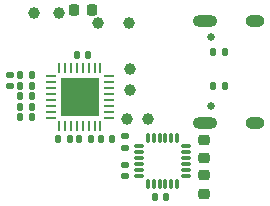
<source format=gbr>
%TF.GenerationSoftware,KiCad,Pcbnew,6.0.4*%
%TF.CreationDate,2022-06-17T20:55:26+08:00*%
%TF.ProjectId,holocubic,686f6c6f-6375-4626-9963-2e6b69636164,rev?*%
%TF.SameCoordinates,Original*%
%TF.FileFunction,Soldermask,Bot*%
%TF.FilePolarity,Negative*%
%FSLAX46Y46*%
G04 Gerber Fmt 4.6, Leading zero omitted, Abs format (unit mm)*
G04 Created by KiCad (PCBNEW 6.0.4) date 2022-06-17 20:55:26*
%MOMM*%
%LPD*%
G01*
G04 APERTURE LIST*
G04 Aperture macros list*
%AMRoundRect*
0 Rectangle with rounded corners*
0 $1 Rounding radius*
0 $2 $3 $4 $5 $6 $7 $8 $9 X,Y pos of 4 corners*
0 Add a 4 corners polygon primitive as box body*
4,1,4,$2,$3,$4,$5,$6,$7,$8,$9,$2,$3,0*
0 Add four circle primitives for the rounded corners*
1,1,$1+$1,$2,$3*
1,1,$1+$1,$4,$5*
1,1,$1+$1,$6,$7*
1,1,$1+$1,$8,$9*
0 Add four rect primitives between the rounded corners*
20,1,$1+$1,$2,$3,$4,$5,0*
20,1,$1+$1,$4,$5,$6,$7,0*
20,1,$1+$1,$6,$7,$8,$9,0*
20,1,$1+$1,$8,$9,$2,$3,0*%
G04 Aperture macros list end*
%ADD10C,0.650000*%
%ADD11O,1.600000X1.000000*%
%ADD12O,2.100000X1.000000*%
%ADD13RoundRect,0.225000X0.250000X-0.225000X0.250000X0.225000X-0.250000X0.225000X-0.250000X-0.225000X0*%
%ADD14RoundRect,0.140000X-0.140000X-0.170000X0.140000X-0.170000X0.140000X0.170000X-0.140000X0.170000X0*%
%ADD15RoundRect,0.140000X0.140000X0.170000X-0.140000X0.170000X-0.140000X-0.170000X0.140000X-0.170000X0*%
%ADD16C,1.000000*%
%ADD17RoundRect,0.135000X0.135000X0.185000X-0.135000X0.185000X-0.135000X-0.185000X0.135000X-0.185000X0*%
%ADD18RoundRect,0.062500X-0.375000X-0.062500X0.375000X-0.062500X0.375000X0.062500X-0.375000X0.062500X0*%
%ADD19RoundRect,0.062500X-0.062500X-0.375000X0.062500X-0.375000X0.062500X0.375000X-0.062500X0.375000X0*%
%ADD20R,3.300000X3.300000*%
%ADD21RoundRect,0.140000X0.170000X-0.140000X0.170000X0.140000X-0.170000X0.140000X-0.170000X-0.140000X0*%
%ADD22RoundRect,0.135000X-0.135000X-0.185000X0.135000X-0.185000X0.135000X0.185000X-0.135000X0.185000X0*%
%ADD23RoundRect,0.225000X-0.250000X0.225000X-0.250000X-0.225000X0.250000X-0.225000X0.250000X0.225000X0*%
%ADD24RoundRect,0.140000X-0.170000X0.140000X-0.170000X-0.140000X0.170000X-0.140000X0.170000X0.140000X0*%
%ADD25RoundRect,0.225000X0.225000X0.250000X-0.225000X0.250000X-0.225000X-0.250000X0.225000X-0.250000X0*%
%ADD26RoundRect,0.075000X0.350000X0.075000X-0.350000X0.075000X-0.350000X-0.075000X0.350000X-0.075000X0*%
%ADD27RoundRect,0.075000X0.075000X-0.350000X0.075000X0.350000X-0.075000X0.350000X-0.075000X-0.350000X0*%
G04 APERTURE END LIST*
D10*
%TO.C,J2*%
X140400000Y-105360000D03*
X140400000Y-111140000D03*
D11*
X144050000Y-112570000D03*
D12*
X139870000Y-103930000D03*
D11*
X144050000Y-103930000D03*
D12*
X139870000Y-112570000D03*
%TD*%
D13*
%TO.C,C4*%
X139750000Y-115575000D03*
X139750000Y-114025000D03*
%TD*%
D14*
%TO.C,C14*%
X124220000Y-111250000D03*
X125180000Y-111250000D03*
%TD*%
D15*
%TO.C,C21*%
X131980000Y-113980000D03*
X131020000Y-113980000D03*
%TD*%
D16*
%TO.C,TP8*%
X135025000Y-112300000D03*
%TD*%
%TO.C,TP7*%
X133275000Y-112300000D03*
%TD*%
%TO.C,TP3*%
X127450000Y-103250000D03*
%TD*%
D17*
%TO.C,R4*%
X125210000Y-110350000D03*
X124190000Y-110350000D03*
%TD*%
D16*
%TO.C,TP4*%
X125400000Y-103250000D03*
%TD*%
D15*
%TO.C,C19*%
X130180000Y-113980000D03*
X129220000Y-113980000D03*
%TD*%
D18*
%TO.C,U3*%
X126812500Y-112150000D03*
X126812500Y-111650000D03*
X126812500Y-111150000D03*
X126812500Y-110650000D03*
X126812500Y-110150000D03*
X126812500Y-109650000D03*
X126812500Y-109150000D03*
X126812500Y-108650000D03*
D19*
X127500000Y-107962500D03*
X128000000Y-107962500D03*
X128500000Y-107962500D03*
X129000000Y-107962500D03*
X129500000Y-107962500D03*
X130000000Y-107962500D03*
X130500000Y-107962500D03*
X131000000Y-107962500D03*
D18*
X131687500Y-108650000D03*
X131687500Y-109150000D03*
X131687500Y-109650000D03*
X131687500Y-110150000D03*
X131687500Y-110650000D03*
X131687500Y-111150000D03*
X131687500Y-111650000D03*
X131687500Y-112150000D03*
D19*
X131000000Y-112837500D03*
X130500000Y-112837500D03*
X130000000Y-112837500D03*
X129500000Y-112837500D03*
X129000000Y-112837500D03*
X128500000Y-112837500D03*
X128000000Y-112837500D03*
X127500000Y-112837500D03*
D20*
X129250000Y-110400000D03*
%TD*%
D21*
%TO.C,C23*%
X133100000Y-114680000D03*
X133100000Y-113720000D03*
%TD*%
D14*
%TO.C,C13*%
X124220000Y-112100000D03*
X125180000Y-112100000D03*
%TD*%
D22*
%TO.C,R2*%
X140540000Y-109500000D03*
X141560000Y-109500000D03*
%TD*%
D14*
%TO.C,C20*%
X129020000Y-106800000D03*
X129980000Y-106800000D03*
%TD*%
D16*
%TO.C,TP6*%
X133400000Y-104100000D03*
%TD*%
%TO.C,TP5*%
X130800000Y-104100000D03*
%TD*%
D14*
%TO.C,C15*%
X124220000Y-109450000D03*
X125180000Y-109450000D03*
%TD*%
%TO.C,C16*%
X124220000Y-108550000D03*
X125180000Y-108550000D03*
%TD*%
D23*
%TO.C,C1*%
X139750000Y-117025000D03*
X139750000Y-118575000D03*
%TD*%
D24*
%TO.C,C12*%
X123350000Y-108520000D03*
X123350000Y-109480000D03*
%TD*%
%TO.C,C22*%
X133090476Y-116130000D03*
X133090476Y-117090000D03*
%TD*%
D25*
%TO.C,C2*%
X130275000Y-103050000D03*
X128725000Y-103050000D03*
%TD*%
D26*
%TO.C,U4*%
X138200000Y-114550000D03*
X138200000Y-115050000D03*
X138200000Y-115550000D03*
X138200000Y-116050000D03*
X138200000Y-116550000D03*
X138200000Y-117050000D03*
D27*
X137500000Y-117750000D03*
X137000000Y-117750000D03*
X136500000Y-117750000D03*
X136000000Y-117750000D03*
X135500000Y-117750000D03*
X135000000Y-117750000D03*
D26*
X134300000Y-117050000D03*
X134300000Y-116550000D03*
X134300000Y-116050000D03*
X134300000Y-115550000D03*
X134300000Y-115050000D03*
X134300000Y-114550000D03*
D27*
X135000000Y-113850000D03*
X135500000Y-113850000D03*
X136000000Y-113850000D03*
X136500000Y-113850000D03*
X137000000Y-113850000D03*
X137500000Y-113850000D03*
%TD*%
D16*
%TO.C,TP1*%
X133500000Y-109800000D03*
%TD*%
D22*
%TO.C,R3*%
X140540000Y-106550000D03*
X141560000Y-106550000D03*
%TD*%
D16*
%TO.C,TP2*%
X133500000Y-108000000D03*
%TD*%
D15*
%TO.C,C24*%
X136580000Y-118900000D03*
X135620000Y-118900000D03*
%TD*%
D14*
%TO.C,C18*%
X127420000Y-113980000D03*
X128380000Y-113980000D03*
%TD*%
M02*

</source>
